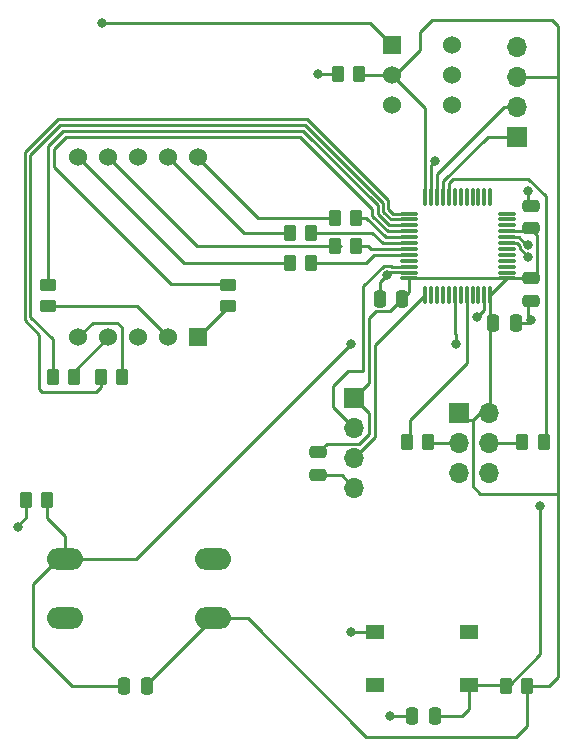
<source format=gbr>
%TF.GenerationSoftware,KiCad,Pcbnew,(6.0.11)*%
%TF.CreationDate,2024-12-29T21:24:03+02:00*%
%TF.ProjectId,LEDdice,4c454464-6963-4652-9e6b-696361645f70,rev?*%
%TF.SameCoordinates,Original*%
%TF.FileFunction,Copper,L1,Top*%
%TF.FilePolarity,Positive*%
%FSLAX46Y46*%
G04 Gerber Fmt 4.6, Leading zero omitted, Abs format (unit mm)*
G04 Created by KiCad (PCBNEW (6.0.11)) date 2024-12-29 21:24:03*
%MOMM*%
%LPD*%
G01*
G04 APERTURE LIST*
G04 Aperture macros list*
%AMRoundRect*
0 Rectangle with rounded corners*
0 $1 Rounding radius*
0 $2 $3 $4 $5 $6 $7 $8 $9 X,Y pos of 4 corners*
0 Add a 4 corners polygon primitive as box body*
4,1,4,$2,$3,$4,$5,$6,$7,$8,$9,$2,$3,0*
0 Add four circle primitives for the rounded corners*
1,1,$1+$1,$2,$3*
1,1,$1+$1,$4,$5*
1,1,$1+$1,$6,$7*
1,1,$1+$1,$8,$9*
0 Add four rect primitives between the rounded corners*
20,1,$1+$1,$2,$3,$4,$5,0*
20,1,$1+$1,$4,$5,$6,$7,0*
20,1,$1+$1,$6,$7,$8,$9,0*
20,1,$1+$1,$8,$9,$2,$3,0*%
G04 Aperture macros list end*
%TA.AperFunction,ComponentPad*%
%ADD10O,1.700000X1.700000*%
%TD*%
%TA.AperFunction,ComponentPad*%
%ADD11R,1.700000X1.700000*%
%TD*%
%TA.AperFunction,ComponentPad*%
%ADD12R,1.524000X1.524000*%
%TD*%
%TA.AperFunction,ComponentPad*%
%ADD13C,1.524000*%
%TD*%
%TA.AperFunction,SMDPad,CuDef*%
%ADD14RoundRect,0.250000X-0.262500X-0.450000X0.262500X-0.450000X0.262500X0.450000X-0.262500X0.450000X0*%
%TD*%
%TA.AperFunction,SMDPad,CuDef*%
%ADD15RoundRect,0.250000X0.250000X0.475000X-0.250000X0.475000X-0.250000X-0.475000X0.250000X-0.475000X0*%
%TD*%
%TA.AperFunction,SMDPad,CuDef*%
%ADD16RoundRect,0.250000X-0.450000X0.262500X-0.450000X-0.262500X0.450000X-0.262500X0.450000X0.262500X0*%
%TD*%
%TA.AperFunction,SMDPad,CuDef*%
%ADD17RoundRect,0.250000X0.262500X0.450000X-0.262500X0.450000X-0.262500X-0.450000X0.262500X-0.450000X0*%
%TD*%
%TA.AperFunction,SMDPad,CuDef*%
%ADD18RoundRect,0.250000X-0.475000X0.250000X-0.475000X-0.250000X0.475000X-0.250000X0.475000X0.250000X0*%
%TD*%
%TA.AperFunction,ComponentPad*%
%ADD19O,3.048000X1.850000*%
%TD*%
%TA.AperFunction,SMDPad,CuDef*%
%ADD20RoundRect,0.250000X-0.250000X-0.475000X0.250000X-0.475000X0.250000X0.475000X-0.250000X0.475000X0*%
%TD*%
%TA.AperFunction,SMDPad,CuDef*%
%ADD21RoundRect,0.250000X0.475000X-0.250000X0.475000X0.250000X-0.475000X0.250000X-0.475000X-0.250000X0*%
%TD*%
%TA.AperFunction,SMDPad,CuDef*%
%ADD22RoundRect,0.075000X0.075000X0.662500X-0.075000X0.662500X-0.075000X-0.662500X0.075000X-0.662500X0*%
%TD*%
%TA.AperFunction,SMDPad,CuDef*%
%ADD23RoundRect,0.075000X0.662500X0.075000X-0.662500X0.075000X-0.662500X-0.075000X0.662500X-0.075000X0*%
%TD*%
%TA.AperFunction,SMDPad,CuDef*%
%ADD24R,1.550000X1.300000*%
%TD*%
%TA.AperFunction,ViaPad*%
%ADD25C,0.800000*%
%TD*%
%TA.AperFunction,Conductor*%
%ADD26C,0.250000*%
%TD*%
G04 APERTURE END LIST*
D10*
%TO.P,J2,4,Pin_4*%
%TO.N,GND*%
X204000000Y-54610000D03*
%TO.P,J2,3,Pin_3*%
%TO.N,+3.3V*%
X204000000Y-57150000D03*
%TO.P,J2,2,Pin_2*%
%TO.N,/USART3_RX*%
X204000000Y-59690000D03*
D11*
%TO.P,J2,1,Pin_1*%
%TO.N,/USART3_TX*%
X204000000Y-62230000D03*
%TD*%
D12*
%TO.P,U3,1*%
%TO.N,Net-(U2-Pad4)*%
X193468000Y-54460000D03*
D13*
%TO.P,U3,2*%
%TO.N,+3.3V*%
X193468000Y-57000000D03*
%TO.P,U3,3*%
%TO.N,unconnected-(U3-Pad3)*%
X193468000Y-59540000D03*
%TO.P,U3,4*%
%TO.N,unconnected-(U3-Pad4)*%
X198548000Y-59540000D03*
%TO.P,U3,5*%
%TO.N,unconnected-(U3-Pad5)*%
X198548000Y-57000000D03*
%TO.P,U3,6*%
%TO.N,unconnected-(U3-Pad6)*%
X198548000Y-54460000D03*
%TD*%
D14*
%TO.P,R4,1*%
%TO.N,GND*%
X188825500Y-56896000D03*
%TO.P,R4,2*%
%TO.N,+3.3V*%
X190650500Y-56896000D03*
%TD*%
D15*
%TO.P,C2,1*%
%TO.N,+3.3V*%
X194310000Y-75946000D03*
%TO.P,C2,2*%
%TO.N,GND*%
X192410000Y-75946000D03*
%TD*%
D16*
%TO.P,R9,1*%
%TO.N,/PB15*%
X179578000Y-74779500D03*
%TO.P,R9,2*%
%TO.N,Net-(R9-Pad2)*%
X179578000Y-76604500D03*
%TD*%
D14*
%TO.P,R7,1*%
%TO.N,/PB13*%
X164695500Y-82550000D03*
%TO.P,R7,2*%
%TO.N,Net-(R7-Pad2)*%
X166520500Y-82550000D03*
%TD*%
D17*
%TO.P,R10,1*%
%TO.N,/PA9*%
X186586500Y-70358000D03*
%TO.P,R10,2*%
%TO.N,Net-(R10-Pad2)*%
X184761500Y-70358000D03*
%TD*%
D18*
%TO.P,C3,1*%
%TO.N,+3.3V*%
X205232000Y-74234000D03*
%TO.P,C3,2*%
%TO.N,GND*%
X205232000Y-76134000D03*
%TD*%
D14*
%TO.P,R13,1*%
%TO.N,GND*%
X162409500Y-92964000D03*
%TO.P,R13,2*%
%TO.N,/PB6*%
X164234500Y-92964000D03*
%TD*%
D17*
%TO.P,R6,1*%
%TO.N,/PA11*%
X186586500Y-72898000D03*
%TO.P,R6,2*%
%TO.N,Net-(R6-Pad2)*%
X184761500Y-72898000D03*
%TD*%
D14*
%TO.P,R3,1*%
%TO.N,Net-(J1-Pad4)*%
X204447000Y-88123000D03*
%TO.P,R3,2*%
%TO.N,/BOOT1*%
X206272000Y-88123000D03*
%TD*%
D17*
%TO.P,R11,1*%
%TO.N,/PA8*%
X190396500Y-69088000D03*
%TO.P,R11,2*%
%TO.N,Net-(R11-Pad2)*%
X188571500Y-69088000D03*
%TD*%
D16*
%TO.P,R8,1*%
%TO.N,/PB14*%
X164338000Y-74779500D03*
%TO.P,R8,2*%
%TO.N,Net-(R8-Pad2)*%
X164338000Y-76604500D03*
%TD*%
D11*
%TO.P,J1,1,+3.3V*%
%TO.N,+3.3V*%
X199136000Y-85598000D03*
D10*
%TO.P,J1,2,+3.3V*%
X201676000Y-85598000D03*
%TO.P,J1,3,BOOT0*%
%TO.N,Net-(J1-Pad3)*%
X199136000Y-88138000D03*
%TO.P,J1,4,BOOT1*%
%TO.N,Net-(J1-Pad4)*%
X201676000Y-88138000D03*
%TO.P,J1,5,GND*%
%TO.N,GND*%
X199136000Y-90678000D03*
%TO.P,J1,6,GND*%
X201676000Y-90678000D03*
%TD*%
D19*
%TO.P,Generate Number SW2,1,1*%
%TO.N,/PB6*%
X178260000Y-98000000D03*
X165760000Y-98000000D03*
%TO.P,Generate Number SW2,2,2*%
%TO.N,+3.3V*%
X178260000Y-103000000D03*
X165760000Y-103000000D03*
%TD*%
D20*
%TO.P,C5,2*%
%TO.N,GND*%
X203896000Y-77978000D03*
%TO.P,C5,1*%
%TO.N,+3.3V*%
X201996000Y-77978000D03*
%TD*%
D17*
%TO.P,R1,1*%
%TO.N,+3.3V*%
X204874500Y-108712000D03*
%TO.P,R1,2*%
%TO.N,/NRST*%
X203049500Y-108712000D03*
%TD*%
D13*
%TO.P,U4,10,G*%
%TO.N,Net-(R11-Pad2)*%
X177040000Y-64000000D03*
%TO.P,U4,9,F*%
%TO.N,Net-(R10-Pad2)*%
X174500000Y-64000000D03*
%TO.P,U4,8,CC*%
%TO.N,GND*%
X171960000Y-64000000D03*
%TO.P,U4,7,A*%
%TO.N,Net-(R5-Pad2)*%
X169420000Y-64000000D03*
%TO.P,U4,6,B*%
%TO.N,Net-(R6-Pad2)*%
X166880000Y-64000000D03*
%TO.P,U4,5,DP*%
%TO.N,Net-(R12-Pad2)*%
X166880000Y-79240000D03*
%TO.P,U4,4,C*%
%TO.N,Net-(R7-Pad2)*%
X169420000Y-79240000D03*
%TO.P,U4,3,CC*%
%TO.N,GND*%
X171960000Y-79240000D03*
%TO.P,U4,2,D*%
%TO.N,Net-(R8-Pad2)*%
X174500000Y-79240000D03*
D12*
%TO.P,U4,1,E*%
%TO.N,Net-(R9-Pad2)*%
X177040000Y-79240000D03*
%TD*%
D21*
%TO.P,C4,1*%
%TO.N,+3.3V*%
X205232000Y-69988000D03*
%TO.P,C4,2*%
%TO.N,GND*%
X205232000Y-68088000D03*
%TD*%
D22*
%TO.P,U1,48,VDD*%
%TO.N,+3.3V*%
X201750000Y-75662500D03*
%TO.P,U1,47,VSS*%
%TO.N,GND*%
X201250000Y-75662500D03*
%TO.P,U1,46,PB9*%
%TO.N,/PB9*%
X200750000Y-75662500D03*
%TO.P,U1,45,PB8*%
%TO.N,/PB8*%
X200250000Y-75662500D03*
%TO.P,U1,44,BOOT0*%
%TO.N,/BOOT0*%
X199750000Y-75662500D03*
%TO.P,U1,43,PB7*%
%TO.N,/PB7*%
X199250000Y-75662500D03*
%TO.P,U1,42,PB6*%
%TO.N,/PB6*%
X198750000Y-75662500D03*
%TO.P,U1,41,PB5*%
%TO.N,/PB5*%
X198250000Y-75662500D03*
%TO.P,U1,40,PB4*%
%TO.N,/PB4*%
X197750000Y-75662500D03*
%TO.P,U1,39,PB3*%
%TO.N,/PB3*%
X197250000Y-75662500D03*
%TO.P,U1,38,PA15*%
%TO.N,/PA15*%
X196750000Y-75662500D03*
%TO.P,U1,37,PA14*%
%TO.N,/SWDCLOCK*%
X196250000Y-75662500D03*
D23*
%TO.P,U1,36,VDD*%
%TO.N,+3.3V*%
X194837500Y-74250000D03*
%TO.P,U1,35,VSS*%
%TO.N,GND*%
X194837500Y-73750000D03*
%TO.P,U1,34,PA13*%
%TO.N,/SWDIO*%
X194837500Y-73250000D03*
%TO.P,U1,33,PA12*%
%TO.N,/PA12*%
X194837500Y-72750000D03*
%TO.P,U1,32,PA11*%
%TO.N,/PA11*%
X194837500Y-72250000D03*
%TO.P,U1,31,PA10*%
%TO.N,/PA10*%
X194837500Y-71750000D03*
%TO.P,U1,30,PA9*%
%TO.N,/PA9*%
X194837500Y-71250000D03*
%TO.P,U1,29,PA8*%
%TO.N,/PA8*%
X194837500Y-70750000D03*
%TO.P,U1,28,PB15*%
%TO.N,/PB15*%
X194837500Y-70250000D03*
%TO.P,U1,27,PB14*%
%TO.N,/PB14*%
X194837500Y-69750000D03*
%TO.P,U1,26,PB13*%
%TO.N,/PB13*%
X194837500Y-69250000D03*
%TO.P,U1,25,PB12*%
%TO.N,/PB12*%
X194837500Y-68750000D03*
D22*
%TO.P,U1,24,VDD*%
%TO.N,+3.3V*%
X196250000Y-67337500D03*
%TO.P,U1,23,VSS*%
%TO.N,GND*%
X196750000Y-67337500D03*
%TO.P,U1,22,PB11*%
%TO.N,/USART3_RX*%
X197250000Y-67337500D03*
%TO.P,U1,21,PB10*%
%TO.N,/USART3_TX*%
X197750000Y-67337500D03*
%TO.P,U1,20,PB2*%
%TO.N,/BOOT1*%
X198250000Y-67337500D03*
%TO.P,U1,19,PB1*%
%TO.N,/PB1*%
X198750000Y-67337500D03*
%TO.P,U1,18,PB0*%
%TO.N,/PB0*%
X199250000Y-67337500D03*
%TO.P,U1,17,PA7*%
%TO.N,/PA7*%
X199750000Y-67337500D03*
%TO.P,U1,16,PA6*%
%TO.N,/PA6*%
X200250000Y-67337500D03*
%TO.P,U1,15,PA5*%
%TO.N,/PA5*%
X200750000Y-67337500D03*
%TO.P,U1,14,PA4*%
%TO.N,/PA4*%
X201250000Y-67337500D03*
%TO.P,U1,13,PA3*%
%TO.N,/PA3*%
X201750000Y-67337500D03*
D23*
%TO.P,U1,12,PA2*%
%TO.N,/PA2*%
X203162500Y-68750000D03*
%TO.P,U1,11,PA1*%
%TO.N,/PA1*%
X203162500Y-69250000D03*
%TO.P,U1,10,PA0*%
%TO.N,/PA0*%
X203162500Y-69750000D03*
%TO.P,U1,9,VDDA*%
%TO.N,+3.3V*%
X203162500Y-70250000D03*
%TO.P,U1,8,VSSA*%
%TO.N,GND*%
X203162500Y-70750000D03*
%TO.P,U1,7,NRST*%
%TO.N,/NRST*%
X203162500Y-71250000D03*
%TO.P,U1,6,PD1*%
%TO.N,/PD1*%
X203162500Y-71750000D03*
%TO.P,U1,5,PD0*%
%TO.N,/PD0*%
X203162500Y-72250000D03*
%TO.P,U1,4,PC15*%
%TO.N,/PC15*%
X203162500Y-72750000D03*
%TO.P,U1,3,PC14*%
%TO.N,/PC14*%
X203162500Y-73250000D03*
%TO.P,U1,2,PC13*%
%TO.N,/PC13*%
X203162500Y-73750000D03*
%TO.P,U1,1,VBAT*%
%TO.N,+3.3V*%
X203162500Y-74250000D03*
%TD*%
D17*
%TO.P,R5,1*%
%TO.N,/PA10*%
X190396500Y-71500000D03*
%TO.P,R5,2*%
%TO.N,Net-(R5-Pad2)*%
X188571500Y-71500000D03*
%TD*%
D14*
%TO.P,R12,1*%
%TO.N,/PB12*%
X168759500Y-82550000D03*
%TO.P,R12,2*%
%TO.N,Net-(R12-Pad2)*%
X170584500Y-82550000D03*
%TD*%
D24*
%TO.P,Reset SW1,1,1*%
%TO.N,GND*%
X192025000Y-104176000D03*
X199975000Y-104176000D03*
%TO.P,Reset SW1,2,2*%
%TO.N,/NRST*%
X192025000Y-108676000D03*
X199975000Y-108676000D03*
%TD*%
D15*
%TO.P,C7,1*%
%TO.N,+3.3V*%
X172654000Y-108712000D03*
%TO.P,C7,2*%
%TO.N,/PB6*%
X170754000Y-108712000D03*
%TD*%
%TO.P,C1,1*%
%TO.N,/NRST*%
X197038000Y-111252000D03*
%TO.P,C1,2*%
%TO.N,GND*%
X195138000Y-111252000D03*
%TD*%
D11*
%TO.P,J3,1,+3.3V*%
%TO.N,+3.3V*%
X190246000Y-84328000D03*
D10*
%TO.P,J3,2,SWDIO*%
%TO.N,/SWDIO*%
X190246000Y-86868000D03*
%TO.P,J3,3,SWDCLOCK*%
%TO.N,/SWDCLOCK*%
X190246000Y-89408000D03*
%TO.P,J3,4,GND*%
%TO.N,GND*%
X190246000Y-91948000D03*
%TD*%
D18*
%TO.P,C6,1*%
%TO.N,+3.3V*%
X187198000Y-88966000D03*
%TO.P,C6,2*%
%TO.N,GND*%
X187198000Y-90866000D03*
%TD*%
D14*
%TO.P,R2,1*%
%TO.N,/BOOT0*%
X194667500Y-88123000D03*
%TO.P,R2,2*%
%TO.N,Net-(J1-Pad3)*%
X196492500Y-88123000D03*
%TD*%
D25*
%TO.N,/NRST*%
X205994000Y-93472000D03*
X204978000Y-72390000D03*
%TO.N,Net-(U2-Pad4)*%
X168910000Y-52578000D03*
%TO.N,GND*%
X187198000Y-56896000D03*
X205232000Y-77724000D03*
X204978000Y-66802000D03*
X161798000Y-95250000D03*
%TO.N,/PB6*%
X198882000Y-79756000D03*
X189992000Y-79756000D03*
%TO.N,GND*%
X193040000Y-73914000D03*
X189992000Y-104140000D03*
X193294000Y-111252000D03*
X200660000Y-77470000D03*
X204978000Y-71374000D03*
X197104000Y-64262000D03*
%TD*%
D26*
%TO.N,/USART3_TX*%
X201547604Y-62230000D02*
X197750000Y-66027604D01*
X197750000Y-66027604D02*
X197750000Y-67337500D01*
X204000000Y-62230000D02*
X201547604Y-62230000D01*
%TO.N,/USART3_RX*%
X197250000Y-65386000D02*
X202946000Y-59690000D01*
X202946000Y-59690000D02*
X204000000Y-59690000D01*
X197250000Y-67337500D02*
X197250000Y-65386000D01*
%TO.N,GND*%
X196750000Y-64616000D02*
X196750000Y-67337500D01*
X197104000Y-64262000D02*
X196750000Y-64616000D01*
%TO.N,+3.3V*%
X204000000Y-57150000D02*
X207518000Y-57150000D01*
X207518000Y-57150000D02*
X207518000Y-92456000D01*
X207518000Y-52832000D02*
X207518000Y-57150000D01*
%TO.N,/NRST*%
X203348827Y-108712000D02*
X203049500Y-108712000D01*
X205994000Y-106066827D02*
X203348827Y-108712000D01*
X205994000Y-93472000D02*
X205994000Y-106066827D01*
X204968695Y-72390000D02*
X204978000Y-72390000D01*
X204253000Y-71674305D02*
X204968695Y-72390000D01*
X203162500Y-71250000D02*
X204015431Y-71250000D01*
X204015431Y-71250000D02*
X204253000Y-71487569D01*
X204253000Y-71487569D02*
X204253000Y-71674305D01*
%TO.N,/PB6*%
X164234500Y-94488000D02*
X164234500Y-92964000D01*
%TO.N,GND*%
X162409500Y-94488000D02*
X162409500Y-92964000D01*
X161798000Y-95099500D02*
X162409500Y-94488000D01*
X161798000Y-95250000D02*
X161798000Y-95099500D01*
%TO.N,/BOOT1*%
X206502000Y-87893000D02*
X206272000Y-88123000D01*
X204987305Y-65786000D02*
X206502000Y-67300695D01*
X198628000Y-65786000D02*
X204987305Y-65786000D01*
X198250000Y-66164000D02*
X198628000Y-65786000D01*
X206502000Y-67300695D02*
X206502000Y-87893000D01*
X198250000Y-67337500D02*
X198250000Y-66164000D01*
%TO.N,GND*%
X204151827Y-70750000D02*
X203162500Y-70750000D01*
X204978000Y-71374000D02*
X204775827Y-71374000D01*
X204775827Y-71374000D02*
X204151827Y-70750000D01*
X192410000Y-74544000D02*
X192410000Y-75946000D01*
X193040000Y-73914000D02*
X192410000Y-74544000D01*
%TO.N,Net-(U2-Pad4)*%
X191586000Y-52578000D02*
X193468000Y-54460000D01*
X168910000Y-52578000D02*
X191586000Y-52578000D01*
%TO.N,GND*%
X188825500Y-56896000D02*
X187198000Y-56896000D01*
%TO.N,+3.3V*%
X194837500Y-75418500D02*
X194310000Y-75946000D01*
X194837500Y-74250000D02*
X194837500Y-75418500D01*
X192091500Y-76996000D02*
X193260000Y-76996000D01*
X191516000Y-77571500D02*
X192091500Y-76996000D01*
X191516000Y-83058000D02*
X191516000Y-77571500D01*
X190246000Y-84328000D02*
X191516000Y-83058000D01*
X193260000Y-76996000D02*
X194310000Y-75946000D01*
%TO.N,GND*%
X204978000Y-77978000D02*
X205232000Y-77724000D01*
X203896000Y-77978000D02*
X204978000Y-77978000D01*
X204978000Y-77470000D02*
X205232000Y-77724000D01*
X204978000Y-76200000D02*
X204978000Y-77470000D01*
X204978000Y-76134000D02*
X204978000Y-76200000D01*
X204978000Y-68138000D02*
X204978000Y-66802000D01*
X190246000Y-91948000D02*
X189164000Y-90866000D01*
X189164000Y-90866000D02*
X187198000Y-90866000D01*
%TO.N,+3.3V*%
X190659000Y-88233000D02*
X187931000Y-88233000D01*
X191516000Y-87376000D02*
X190659000Y-88233000D01*
X191516000Y-85598000D02*
X191516000Y-87376000D01*
X190246000Y-84328000D02*
X191516000Y-85598000D01*
X187931000Y-88233000D02*
X187198000Y-88966000D01*
X172654000Y-108712000D02*
X172654000Y-108606000D01*
X172654000Y-108606000D02*
X178260000Y-103000000D01*
%TO.N,/PB6*%
X163068000Y-100076000D02*
X165144000Y-98000000D01*
X163068000Y-105410000D02*
X163068000Y-100076000D01*
X166370000Y-108712000D02*
X163068000Y-105410000D01*
X165144000Y-98000000D02*
X165760000Y-98000000D01*
X170754000Y-108712000D02*
X166370000Y-108712000D01*
X165760000Y-96013500D02*
X164234500Y-94488000D01*
X165760000Y-98000000D02*
X165760000Y-96013500D01*
%TO.N,+3.3V*%
X204874500Y-112117500D02*
X204874500Y-108712000D01*
X203962000Y-113030000D02*
X204874500Y-112117500D01*
X191262000Y-113030000D02*
X203962000Y-113030000D01*
X181232000Y-103000000D02*
X191262000Y-113030000D01*
X178260000Y-103000000D02*
X181232000Y-103000000D01*
%TO.N,/SWDCLOCK*%
X192024000Y-79888500D02*
X196250000Y-75662500D01*
X192024000Y-87630000D02*
X192024000Y-79888500D01*
X190246000Y-89408000D02*
X192024000Y-87630000D01*
%TO.N,/SWDIO*%
X188468000Y-85090000D02*
X190246000Y-86868000D01*
X188468000Y-83312000D02*
X188468000Y-85090000D01*
X191008000Y-74920695D02*
X191008000Y-82042000D01*
X191008000Y-82042000D02*
X189738000Y-82042000D01*
X192739695Y-73189000D02*
X191008000Y-74920695D01*
X193340305Y-73189000D02*
X192739695Y-73189000D01*
X189738000Y-82042000D02*
X188468000Y-83312000D01*
X193401305Y-73250000D02*
X193340305Y-73189000D01*
X194837500Y-73250000D02*
X193401305Y-73250000D01*
%TO.N,/PB6*%
X198725000Y-75687500D02*
X198750000Y-75662500D01*
X198725000Y-78837000D02*
X198725000Y-75687500D01*
X198882000Y-78994000D02*
X198725000Y-78837000D01*
X198882000Y-79756000D02*
X198882000Y-78994000D01*
X171748000Y-98000000D02*
X189992000Y-79756000D01*
X165760000Y-98000000D02*
X171748000Y-98000000D01*
%TO.N,GND*%
X193229000Y-73725000D02*
X193040000Y-73914000D01*
X194818000Y-73725000D02*
X193229000Y-73725000D01*
X194837500Y-73725000D02*
X194818000Y-73725000D01*
X194837500Y-73750000D02*
X194837500Y-73725000D01*
%TO.N,+3.3V*%
X203162500Y-74250000D02*
X194837500Y-74250000D01*
%TO.N,GND*%
X190028000Y-104176000D02*
X189992000Y-104140000D01*
X192025000Y-104176000D02*
X190028000Y-104176000D01*
X195138000Y-111252000D02*
X193294000Y-111252000D01*
%TO.N,/NRST*%
X199975000Y-110667000D02*
X199390000Y-111252000D01*
X199390000Y-111252000D02*
X197038000Y-111252000D01*
X199975000Y-108676000D02*
X199975000Y-110667000D01*
%TO.N,GND*%
X201225000Y-76905000D02*
X200660000Y-77470000D01*
X201225000Y-75692000D02*
X201225000Y-76905000D01*
X201225000Y-75662500D02*
X201225000Y-75692000D01*
X201250000Y-75662500D02*
X201225000Y-75662500D01*
%TO.N,+3.3V*%
X205404000Y-74250000D02*
X203162500Y-74250000D01*
X205740000Y-73914000D02*
X205404000Y-74250000D01*
X205740000Y-70612000D02*
X205740000Y-73914000D01*
X205378000Y-70250000D02*
X205740000Y-70612000D01*
X203162500Y-70250000D02*
X205378000Y-70250000D01*
X203162500Y-74250000D02*
X201750000Y-75662500D01*
X201750000Y-85524000D02*
X201676000Y-85598000D01*
X201750000Y-75662500D02*
X201750000Y-85524000D01*
X199739000Y-86201000D02*
X200311000Y-86201000D01*
X199136000Y-85598000D02*
X199739000Y-86201000D01*
X200914000Y-85598000D02*
X201676000Y-85598000D01*
X200311000Y-86201000D02*
X200914000Y-85598000D01*
X207518000Y-92456000D02*
X200914000Y-92456000D01*
X200914000Y-92456000D02*
X200311000Y-91853000D01*
X207518000Y-92456000D02*
X207518000Y-107950000D01*
X200311000Y-91853000D02*
X200311000Y-86201000D01*
%TO.N,/BOOT0*%
X199750000Y-81428000D02*
X199750000Y-75662500D01*
X194945500Y-86232500D02*
X199750000Y-81428000D01*
X194945500Y-88123000D02*
X194945500Y-86232500D01*
%TO.N,Net-(J1-Pad3)*%
X196785500Y-88138000D02*
X196770500Y-88123000D01*
X199136000Y-88138000D02*
X196785500Y-88138000D01*
%TO.N,Net-(J1-Pad4)*%
X204432000Y-88138000D02*
X201676000Y-88138000D01*
X204447000Y-88123000D02*
X204432000Y-88138000D01*
%TO.N,+3.3V*%
X196250000Y-59782000D02*
X193468000Y-57000000D01*
X196250000Y-67337500D02*
X196250000Y-59782000D01*
X193468000Y-57000000D02*
X190754500Y-57000000D01*
X190754500Y-57000000D02*
X190650500Y-56896000D01*
%TO.N,/NRST*%
X203013500Y-108676000D02*
X199975000Y-108676000D01*
X203049500Y-108712000D02*
X203013500Y-108676000D01*
%TO.N,+3.3V*%
X206756000Y-108712000D02*
X204874500Y-108712000D01*
X207518000Y-107950000D02*
X206756000Y-108712000D01*
X196850000Y-52324000D02*
X207010000Y-52324000D01*
X195834000Y-53340000D02*
X196850000Y-52324000D01*
X195834000Y-54864000D02*
X195834000Y-53340000D01*
X193698000Y-57000000D02*
X195834000Y-54864000D01*
X207010000Y-52324000D02*
X207518000Y-52832000D01*
X193468000Y-57000000D02*
X193698000Y-57000000D01*
%TO.N,Net-(R12-Pad2)*%
X170584500Y-78382500D02*
X170180000Y-77978000D01*
X170584500Y-82550000D02*
X170584500Y-78382500D01*
X170180000Y-77978000D02*
X168142000Y-77978000D01*
X168142000Y-77978000D02*
X166880000Y-79240000D01*
%TO.N,/PB12*%
X193544000Y-68750000D02*
X194837500Y-68750000D01*
X193120000Y-68326000D02*
X193544000Y-68750000D01*
X193120000Y-67641208D02*
X193120000Y-68326000D01*
X186242792Y-60764000D02*
X193120000Y-67641208D01*
X165167604Y-60764000D02*
X186242792Y-60764000D01*
X162364000Y-63567604D02*
X165167604Y-60764000D01*
X162364000Y-77782000D02*
X162364000Y-63567604D01*
X163576000Y-78994000D02*
X162364000Y-77782000D01*
X163576000Y-83566000D02*
X163576000Y-78994000D01*
X163830000Y-83820000D02*
X163576000Y-83566000D01*
X168402000Y-83820000D02*
X163830000Y-83820000D01*
X168759500Y-83462500D02*
X168402000Y-83820000D01*
X168759500Y-82550000D02*
X168759500Y-83462500D01*
%TO.N,/PB13*%
X193340000Y-69250000D02*
X194837500Y-69250000D01*
X192670000Y-68580000D02*
X193340000Y-69250000D01*
X186056396Y-61214000D02*
X192670000Y-67827604D01*
X162814000Y-63754000D02*
X165354000Y-61214000D01*
X192670000Y-67827604D02*
X192670000Y-68580000D01*
X162814000Y-77470000D02*
X162814000Y-63754000D01*
X164695500Y-79351500D02*
X162814000Y-77470000D01*
X164695500Y-82550000D02*
X164695500Y-79351500D01*
X165354000Y-61214000D02*
X186056396Y-61214000D01*
%TO.N,Net-(R7-Pad2)*%
X166520500Y-82139500D02*
X169420000Y-79240000D01*
X166520500Y-82550000D02*
X166520500Y-82139500D01*
%TO.N,Net-(R8-Pad2)*%
X171864500Y-76604500D02*
X174500000Y-79240000D01*
X164338000Y-76604500D02*
X171864500Y-76604500D01*
%TO.N,/PB14*%
X193196792Y-69750000D02*
X194837500Y-69750000D01*
X192220000Y-68773208D02*
X193196792Y-69750000D01*
X192220000Y-68014000D02*
X192220000Y-68773208D01*
X185928000Y-61722000D02*
X192220000Y-68014000D01*
X165608000Y-61722000D02*
X185928000Y-61722000D01*
X164338000Y-62992000D02*
X165608000Y-61722000D01*
X164338000Y-74779500D02*
X164338000Y-62992000D01*
%TO.N,Net-(R9-Pad2)*%
X179578000Y-76604500D02*
X179578000Y-76702000D01*
X179578000Y-76702000D02*
X177040000Y-79240000D01*
%TO.N,/PB15*%
X174752000Y-74676000D02*
X179578000Y-74676000D01*
X164846000Y-64770000D02*
X174752000Y-74676000D01*
X164846000Y-63246000D02*
X164846000Y-64770000D01*
X165862000Y-62230000D02*
X185674000Y-62230000D01*
X185674000Y-62230000D02*
X191770000Y-68326000D01*
X191770000Y-68959604D02*
X191770000Y-68326000D01*
X165862000Y-62230000D02*
X164846000Y-63246000D01*
X193060396Y-70250000D02*
X191770000Y-68959604D01*
X194837500Y-70250000D02*
X193060396Y-70250000D01*
%TO.N,Net-(R6-Pad2)*%
X175778000Y-72898000D02*
X166880000Y-64000000D01*
X184761500Y-72898000D02*
X175778000Y-72898000D01*
%TO.N,/PA11*%
X191885000Y-72275000D02*
X191262000Y-72898000D01*
X194837500Y-72275000D02*
X191885000Y-72275000D01*
X194837500Y-72250000D02*
X194837500Y-72275000D01*
X191262000Y-72898000D02*
X186586500Y-72898000D01*
%TO.N,Net-(R11-Pad2)*%
X177040000Y-64010000D02*
X177040000Y-64000000D01*
X182118000Y-69088000D02*
X177040000Y-64010000D01*
X188571500Y-69088000D02*
X182118000Y-69088000D01*
%TO.N,Net-(R10-Pad2)*%
X180858000Y-70358000D02*
X174500000Y-64000000D01*
X184761500Y-70358000D02*
X180858000Y-70358000D01*
%TO.N,/PA8*%
X190396500Y-69088000D02*
X191262000Y-69088000D01*
X192924000Y-70750000D02*
X191262000Y-69088000D01*
X194837500Y-70750000D02*
X192924000Y-70750000D01*
%TO.N,/PA10*%
X191388000Y-71500000D02*
X190904500Y-71500000D01*
X191638000Y-71750000D02*
X191388000Y-71500000D01*
X194837500Y-71750000D02*
X191638000Y-71750000D01*
%TO.N,/PA9*%
X191770000Y-70358000D02*
X187094500Y-70358000D01*
X192662000Y-71250000D02*
X191770000Y-70358000D01*
X194837500Y-71250000D02*
X192662000Y-71250000D01*
%TO.N,Net-(R5-Pad2)*%
X176920000Y-71500000D02*
X169420000Y-64000000D01*
X189079500Y-71500000D02*
X176920000Y-71500000D01*
%TD*%
M02*

</source>
